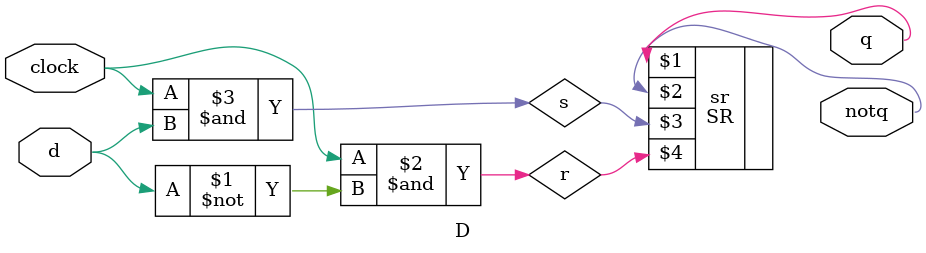
<source format=v>
module D(output q, output notq,
	 input clock, input d);

   wire        s, r;

   assign
     r = clock & (~d);
   assign
     s = clock & d;

   SR sr(q, notq, s, r);

endmodule
   

</source>
